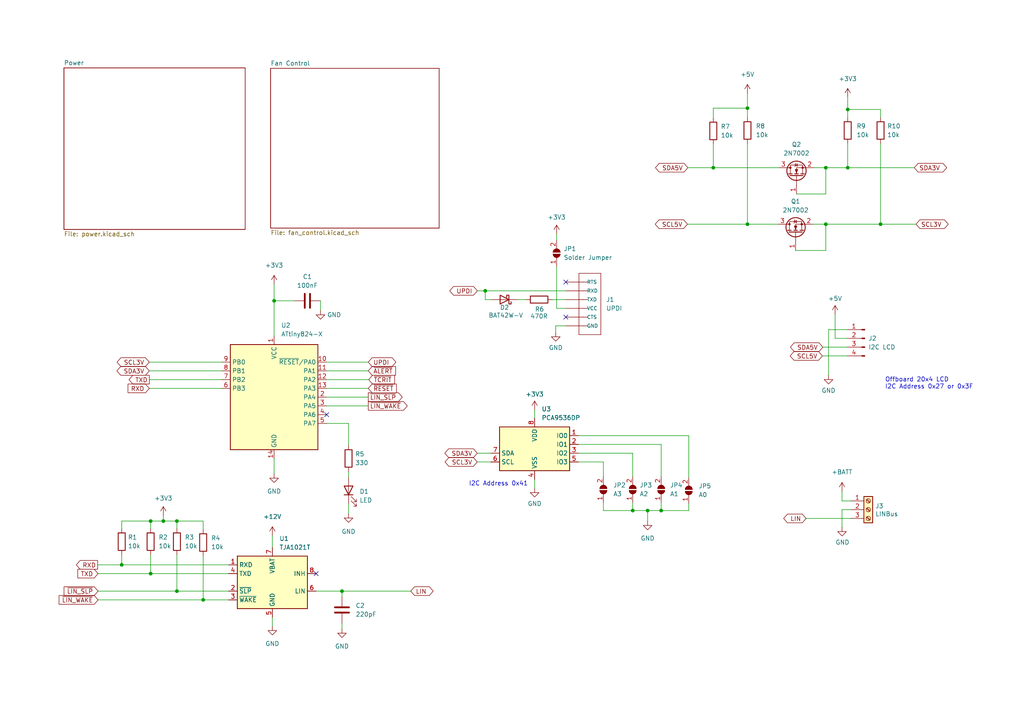
<source format=kicad_sch>
(kicad_sch (version 20211123) (generator eeschema)
  (paper "A4")
  (title_block (title "LINBus Fan Controller") (date "2023-02-19") (rev "1.0") (company "Gavin Hurlbut"))
  (lib_symbols
    (symbol "Beirdo:FTDI_BASICPTH" (pin_numbers hide) (pin_names (offset 1.016))
      (property "Reference" "J" (at -5.08 10.922 0))
      (property "Value" "FTDI_BASICPTH" (at -5.08 -10.16 0))
      (symbol "FTDI_BASICPTH_1_0"
        (polyline (pts (xy -5.08 10.16) (xy -5.08 -7.62)))
        (polyline (pts (xy -5.08 10.16) (xy 1.27 10.16)))
        (polyline (pts (xy -1.27 -5.08) (xy 0 -5.08)))
        (polyline (pts (xy -1.27 -2.54) (xy 0 -2.54)))
        (polyline (pts (xy -1.27 0) (xy 0 0)))
        (polyline (pts (xy -1.27 2.54) (xy 0 2.54)))
        (polyline (pts (xy -1.27 5.08) (xy 0 5.08)))
        (polyline (pts (xy -1.27 7.62) (xy 0 7.62)))
        (polyline (pts (xy 1.27 -7.62) (xy -5.08 -7.62)))
        (polyline (pts (xy 1.27 -7.62) (xy 1.27 10.16)))
      )
      (symbol "FTDI_BASICPTH_1_1"
        (pin passive line (at 5.08 -5.08 180) (length 5.08) (name "GND") (number "1"))
        (pin passive line (at 5.08 -2.54 180) (length 5.08) (name "CTS") (number "2"))
        (pin passive line (at 5.08 0 180) (length 5.08) (name "VCC") (number "3"))
        (pin passive line (at 5.08 2.54 180) (length 5.08) (name "TXD") (number "4"))
        (pin passive line (at 5.08 5.08 180) (length 5.08) (name "RXD") (number "5"))
        (pin passive line (at 5.08 7.62 180) (length 5.08) (name "RTS") (number "6"))
      )
    )
    (symbol "Connector:Conn_01x04_Male" (pin_names (offset 1.016) hide)
      (property "Reference" "J" (at 0 5.08 0))
      (property "Value" "Conn_01x04_Male" (at 0 -7.62 0))
      (symbol "Conn_01x04_Male_1_1"
        (polyline (pts (xy 1.27 -5.08) (xy 0.8636 -5.08)) (stroke (width 0.1524)))
        (polyline (pts (xy 1.27 -2.54) (xy 0.8636 -2.54)) (stroke (width 0.1524)))
        (polyline (pts (xy 1.27 0) (xy 0.8636 0)) (stroke (width 0.1524)))
        (polyline (pts (xy 1.27 2.54) (xy 0.8636 2.54)) (stroke (width 0.1524)))
        (rectangle (start 0.8636 -4.953) (end 0 -5.207) (stroke (width 0.1524)) (fill (type outline)))
        (rectangle (start 0.8636 -2.413) (end 0 -2.667) (stroke (width 0.1524)) (fill (type outline)))
        (rectangle (start 0.8636 0.127) (end 0 -0.127) (stroke (width 0.1524)) (fill (type outline)))
        (rectangle (start 0.8636 2.667) (end 0 2.413) (stroke (width 0.1524)) (fill (type outline)))
        (pin passive line (at 5.08 2.54 180) (length 3.81) (name "Pin_1") (number "1"))
        (pin passive line (at 5.08 0 180) (length 3.81) (name "Pin_2") (number "2"))
        (pin passive line (at 5.08 -2.54 180) (length 3.81) (name "Pin_3") (number "3"))
        (pin passive line (at 5.08 -5.08 180) (length 3.81) (name "Pin_4") (number "4"))
      )
    )
    (symbol "Connector:Screw_Terminal_01x03" (pin_names (offset 1.016) hide)
      (property "Reference" "J" (at 0 5.08 0))
      (property "Value" "Screw_Terminal_01x03" (at 0 -5.08 0))
      (symbol "Screw_Terminal_01x03_1_1"
        (rectangle (start -1.27 3.81) (end 1.27 -3.81) (stroke (width 0.254)) (fill (type background)))
        (circle (center 0 -2.54) (radius 0.635) (stroke (width 0.1524)))
        (polyline (pts (xy -0.5334 -2.2098) (xy 0.3302 -3.048)) (stroke (width 0.1524)))
        (polyline (pts (xy -0.5334 0.3302) (xy 0.3302 -0.508)) (stroke (width 0.1524)))
        (polyline (pts (xy -0.5334 2.8702) (xy 0.3302 2.032)) (stroke (width 0.1524)))
        (polyline (pts (xy -0.3556 -2.032) (xy 0.508 -2.8702)) (stroke (width 0.1524)))
        (polyline (pts (xy -0.3556 0.508) (xy 0.508 -0.3302)) (stroke (width 0.1524)))
        (polyline (pts (xy -0.3556 3.048) (xy 0.508 2.2098)) (stroke (width 0.1524)))
        (circle (center 0 0) (radius 0.635) (stroke (width 0.1524)))
        (circle (center 0 2.54) (radius 0.635) (stroke (width 0.1524)))
        (pin passive line (at -5.08 2.54 0) (length 3.81) (name "Pin_1") (number "1"))
        (pin passive line (at -5.08 0 0) (length 3.81) (name "Pin_2") (number "2"))
        (pin passive line (at -5.08 -2.54 0) (length 3.81) (name "Pin_3") (number "3"))
      )
    )
    (symbol "Device:C" (pin_numbers hide) (pin_names (offset 0.254))
      (property "Reference" "C" (at 0.635 2.54 0))
      (property "Value" "C" (at 0.635 -2.54 0))
      (symbol "C_0_1"
        (polyline (pts (xy -2.032 -0.762) (xy 2.032 -0.762)) (stroke (width 0.508)))
        (polyline (pts (xy -2.032 0.762) (xy 2.032 0.762)) (stroke (width 0.508)))
      )
      (symbol "C_1_1"
        (pin passive line (at 0 3.81 270) (length 2.794) (name "~") (number "1"))
        (pin passive line (at 0 -3.81 90) (length 2.794) (name "~") (number "2"))
      )
    )
    (symbol "Device:LED" (pin_numbers hide) (pin_names (offset 1.016) hide)
      (property "Reference" "D" (at 0 2.54 0))
      (property "Value" "LED" (at 0 -2.54 0))
      (symbol "LED_0_1"
        (polyline (pts (xy -1.27 -1.27) (xy -1.27 1.27)) (stroke (width 0.254)))
        (polyline (pts (xy -1.27 0) (xy 1.27 0)))
        (polyline (pts (xy 1.27 -1.27) (xy 1.27 1.27) (xy -1.27 0) (xy 1.27 -1.27)) (stroke (width 0.254)))
        (polyline (pts (xy -3.048 -0.762) (xy -4.572 -2.286) (xy -3.81 -2.286) (xy -4.572 -2.286) (xy -4.572 -1.524)))
        (polyline (pts (xy -1.778 -0.762) (xy -3.302 -2.286) (xy -2.54 -2.286) (xy -3.302 -2.286) (xy -3.302 -1.524)))
      )
      (symbol "LED_1_1"
        (pin passive line (at -3.81 0 0) (length 2.54) (name "K") (number "1"))
        (pin passive line (at 3.81 0 180) (length 2.54) (name "A") (number "2"))
      )
    )
    (symbol "Device:R" (pin_numbers hide) (pin_names (offset 0))
      (property "Reference" "R" (at 2.032 0 90))
      (property "Value" "R" (at 0 0 90))
      (symbol "R_0_1"
        (rectangle (start -1.016 -2.54) (end 1.016 2.54) (stroke (width 0.254)))
      )
      (symbol "R_1_1"
        (pin passive line (at 0 3.81 270) (length 1.27) (name "~") (number "1"))
        (pin passive line (at 0 -3.81 90) (length 1.27) (name "~") (number "2"))
      )
    )
    (symbol "Diode:BAT42W-V" (pin_numbers hide) (pin_names (offset 1.016) hide)
      (property "Reference" "D" (at 0 2.54 0))
      (property "Value" "BAT42W-V" (at 0 -2.54 0))
      (symbol "BAT42W-V_0_1"
        (polyline (pts (xy 1.27 0) (xy -1.27 0)))
        (polyline (pts (xy 1.27 1.27) (xy 1.27 -1.27) (xy -1.27 0) (xy 1.27 1.27)) (stroke (width 0.254)))
        (polyline (pts (xy -1.905 0.635) (xy -1.905 1.27) (xy -1.27 1.27) (xy -1.27 -1.27) (xy -0.635 -1.27) (xy -0.635 -0.635)) (stroke (width 0.254)))
      )
      (symbol "BAT42W-V_1_1"
        (pin passive line (at -3.81 0 0) (length 2.54) (name "K") (number "1"))
        (pin passive line (at 3.81 0 180) (length 2.54) (name "A") (number "2"))
      )
    )
    (symbol "GND_1" (power) (pin_names (offset 0))
      (property "Value" "GND_1" (at 0 -3.81 0))
      (symbol "GND_1_0_1"
        (polyline (pts (xy 0 0) (xy 0 -1.27) (xy 1.27 -1.27) (xy 0 -2.54) (xy -1.27 -1.27) (xy 0 -1.27)))
      )
      (symbol "GND_1_1_1"
        (pin power_in line (at 0 0 270) (length 0) hide (name "GND") (number "1"))
      )
    )
    (symbol "Interface_CAN_LIN:TJA1021T"
      (property "Reference" "U" (at -10.16 8.89 0))
      (property "Value" "TJA1021T" (at 1.27 8.89 0))
      (symbol "TJA1021T_0_1"
        (rectangle (start -10.16 7.62) (end 10.16 -7.62) (stroke (width 0.254)) (fill (type background)))
      )
      (symbol "TJA1021T_1_1"
        (pin open_collector line (at -12.7 5.08 0) (length 2.54) (name "RXD") (number "1"))
        (pin input line (at -12.7 -2.54 0) (length 2.54) (name "~{SLP}") (number "2"))
        (pin input line (at -12.7 -5.08 0) (length 2.54) (name "~{WAKE}") (number "3"))
        (pin input line (at -12.7 2.54 0) (length 2.54) (name "TXD") (number "4"))
        (pin power_in line (at 0 -10.16 90) (length 2.54) (name "GND") (number "5"))
        (pin bidirectional line (at 12.7 -2.54 180) (length 2.54) (name "LIN") (number "6"))
        (pin power_in line (at 0 10.16 270) (length 2.54) (name "VBAT") (number "7"))
        (pin output line (at 12.7 2.54 180) (length 2.54) (name "INH") (number "8"))
      )
    )
    (symbol "Interface_Expansion:PCA9536DP"
      (property "Reference" "U" (at -8.89 6.35 0))
      (property "Value" "PCA9536DP" (at 6.35 6.35 0))
      (symbol "PCA9536DP_0_1"
        (rectangle (start -10.16 5.08) (end 10.16 -7.62) (stroke (width 0.254)) (fill (type background)))
      )
      (symbol "PCA9536DP_1_1"
        (pin bidirectional line (at 12.7 2.54 180) (length 2.54) (name "IO0") (number "1"))
        (pin bidirectional line (at 12.7 0 180) (length 2.54) (name "IO1") (number "2"))
        (pin bidirectional line (at 12.7 -2.54 180) (length 2.54) (name "IO2") (number "3"))
        (pin power_in line (at 0 -10.16 90) (length 2.54) (name "VSS") (number "4"))
        (pin bidirectional line (at 12.7 -5.08 180) (length 2.54) (name "IO3") (number "5"))
        (pin input line (at -12.7 -5.08 0) (length 2.54) (name "SCL") (number "6"))
        (pin bidirectional line (at -12.7 -2.54 0) (length 2.54) (name "SDA") (number "7"))
        (pin power_in line (at 0 7.62 270) (length 2.54) (name "VDD") (number "8"))
      )
    )
    (symbol "Jumper:SolderJumper_2_Open" (pin_names (offset 0) hide)
      (property "Reference" "JP" (at 0 2.032 0))
      (property "Value" "SolderJumper_2_Open" (at 0 -2.54 0))
      (symbol "SolderJumper_2_Open_0_1"
        (arc (start -0.254 1.016) (mid -1.27 0) (end -0.254 -1.016))
        (arc (start -0.254 1.016) (mid -1.27 0) (end -0.254 -1.016) (fill (type outline)))
        (polyline (pts (xy -0.254 1.016) (xy -0.254 -1.016)))
        (polyline (pts (xy 0.254 1.016) (xy 0.254 -1.016)))
        (arc (start 0.254 -1.016) (mid 1.27 0) (end 0.254 1.016))
        (arc (start 0.254 -1.016) (mid 1.27 0) (end 0.254 1.016) (fill (type outline)))
      )
      (symbol "SolderJumper_2_Open_1_1"
        (pin passive line (at -3.81 0 0) (length 2.54) (name "A") (number "1"))
        (pin passive line (at 3.81 0 180) (length 2.54) (name "B") (number "2"))
      )
    )
    (symbol "MCU_Microchip_ATtiny:ATtiny824-X"
      (property "Reference" "U" (at -12.7 16.51 0))
      (property "Value" "ATtiny824-X" (at 2.54 -16.51 0))
      (symbol "ATtiny824-X_0_1"
        (rectangle (start -12.7 -15.24) (end 12.7 15.24) (stroke (width 0.254)) (fill (type background)))
      )
      (symbol "ATtiny824-X_1_1"
        (pin power_in line (at 0 17.78 270) (length 2.54) (name "VCC") (number "1"))
        (pin bidirectional line (at 15.24 10.16 180) (length 2.54) (name "~{RESET}/PA0") (number "10"))
        (pin bidirectional line (at 15.24 7.62 180) (length 2.54) (name "PA1") (number "11"))
        (pin bidirectional line (at 15.24 5.08 180) (length 2.54) (name "PA2") (number "12"))
        (pin bidirectional line (at 15.24 2.54 180) (length 2.54) (name "PA3") (number "13"))
        (pin power_in line (at 0 -17.78 90) (length 2.54) (name "GND") (number "14"))
        (pin bidirectional line (at 15.24 0 180) (length 2.54) (name "PA4") (number "2"))
        (pin bidirectional line (at 15.24 -2.54 180) (length 2.54) (name "PA5") (number "3"))
        (pin bidirectional line (at 15.24 -5.08 180) (length 2.54) (name "PA6") (number "4"))
        (pin bidirectional line (at 15.24 -7.62 180) (length 2.54) (name "PA7") (number "5"))
        (pin bidirectional line (at -15.24 2.54 0) (length 2.54) (name "PB3") (number "6"))
        (pin bidirectional line (at -15.24 5.08 0) (length 2.54) (name "PB2") (number "7"))
        (pin bidirectional line (at -15.24 7.62 0) (length 2.54) (name "PB1") (number "8"))
        (pin bidirectional line (at -15.24 10.16 0) (length 2.54) (name "PB0") (number "9"))
      )
    )
    (symbol "Transistor_FET:2N7002" (pin_names hide)
      (property "Reference" "Q" (at 5.08 1.905 0))
      (property "Value" "2N7002" (at 5.08 0 0))
      (symbol "2N7002_0_1"
        (polyline (pts (xy 0.254 0) (xy -2.54 0)))
        (polyline (pts (xy 0.254 1.905) (xy 0.254 -1.905)) (stroke (width 0.254)))
        (polyline (pts (xy 0.762 -1.27) (xy 0.762 -2.286)) (stroke (width 0.254)))
        (polyline (pts (xy 0.762 0.508) (xy 0.762 -0.508)) (stroke (width 0.254)))
        (polyline (pts (xy 0.762 2.286) (xy 0.762 1.27)) (stroke (width 0.254)))
        (polyline (pts (xy 2.54 2.54) (xy 2.54 1.778)))
        (polyline (pts (xy 2.54 -2.54) (xy 2.54 0) (xy 0.762 0)))
        (polyline (pts (xy 0.762 -1.778) (xy 3.302 -1.778) (xy 3.302 1.778) (xy 0.762 1.778)))
        (polyline (pts (xy 1.016 0) (xy 2.032 0.381) (xy 2.032 -0.381) (xy 1.016 0)) (fill (type outline)))
        (polyline (pts (xy 2.794 0.508) (xy 2.921 0.381) (xy 3.683 0.381) (xy 3.81 0.254)))
        (polyline (pts (xy 3.302 0.381) (xy 2.921 -0.254) (xy 3.683 -0.254) (xy 3.302 0.381)))
        (circle (center 1.651 0) (radius 2.794) (stroke (width 0.254)))
        (circle (center 2.54 -1.778) (radius 0.254) (fill (type outline)))
        (circle (center 2.54 1.778) (radius 0.254) (fill (type outline)))
      )
      (symbol "2N7002_1_1"
        (pin input line (at -5.08 0 0) (length 2.54) (name "G") (number "1"))
        (pin passive line (at 2.54 -5.08 90) (length 2.54) (name "S") (number "2"))
        (pin passive line (at 2.54 5.08 270) (length 2.54) (name "D") (number "3"))
      )
    )
    (symbol "power:+12V" (power) (pin_names (offset 0))
      (property "Value" "+12V" (at 0 3.556 0))
      (symbol "+12V_0_1"
        (polyline (pts (xy -0.762 1.27) (xy 0 2.54)))
        (polyline (pts (xy 0 0) (xy 0 2.54)))
        (polyline (pts (xy 0 2.54) (xy 0.762 1.27)))
      )
      (symbol "+12V_1_1"
        (pin power_in line (at 0 0 90) (length 0) hide (name "+12V") (number "1"))
      )
    )
    (symbol "power:+3V3" (power) (pin_names (offset 0))
      (property "Value" "+3V3" (at 0 3.556 0))
      (symbol "+3V3_0_1"
        (polyline (pts (xy -0.762 1.27) (xy 0 2.54)))
        (polyline (pts (xy 0 0) (xy 0 2.54)))
        (polyline (pts (xy 0 2.54) (xy 0.762 1.27)))
      )
      (symbol "+3V3_1_1"
        (pin power_in line (at 0 0 90) (length 0) hide (name "+3V3") (number "1"))
      )
    )
    (symbol "power:+5V" (power) (pin_names (offset 0))
      (property "Value" "+5V" (at 0 3.556 0))
      (symbol "+5V_0_1"
        (polyline (pts (xy -0.762 1.27) (xy 0 2.54)))
        (polyline (pts (xy 0 0) (xy 0 2.54)))
        (polyline (pts (xy 0 2.54) (xy 0.762 1.27)))
      )
      (symbol "+5V_1_1"
        (pin power_in line (at 0 0 90) (length 0) hide (name "+5V") (number "1"))
      )
    )
    (symbol "power:+BATT" (power) (pin_names (offset 0))
      (property "Value" "+BATT" (at 0 3.556 0))
      (symbol "+BATT_0_1"
        (polyline (pts (xy -0.762 1.27) (xy 0 2.54)))
        (polyline (pts (xy 0 0) (xy 0 2.54)))
        (polyline (pts (xy 0 2.54) (xy 0.762 1.27)))
      )
      (symbol "+BATT_1_1"
        (pin power_in line (at 0 0 90) (length 0) hide (name "+BATT") (number "1"))
      )
    )
    (symbol "power:GND" (power) (pin_names (offset 0))
      (property "Value" "GND" (at 0 -3.81 0))
      (symbol "GND_0_1"
        (polyline (pts (xy 0 0) (xy 0 -1.27) (xy 1.27 -1.27) (xy 0 -2.54) (xy -1.27 -1.27) (xy 0 -1.27)))
      )
      (symbol "GND_1_1"
        (pin power_in line (at 0 0 270) (length 0) hide (name "GND") (number "1"))
      )
    )
  )
  (junction (at 239.522 48.641))
  (junction (at 79.502 87.249))
  (junction (at 47.371 151.13))
  (junction (at 216.789 31.369))
  (junction (at 206.883 48.641))
  (junction (at 255.397 65.024))
  (junction (at 43.688 151.13))
  (junction (at 183.515 148.082))
  (junction (at 245.872 31.75))
  (junction (at 43.688 166.37))
  (junction (at 239.522 65.024))
  (junction (at 58.928 173.99))
  (junction (at 35.306 163.83))
  (junction (at 99.187 171.45))
  (junction (at 245.872 48.641))
  (junction (at 51.308 171.45))
  (junction (at 140.7414 84.3534))
  (junction (at 51.308 151.13))
  (junction (at 191.77 148.082))
  (junction (at 187.833 148.082))
  (junction (at 216.789 65.024))
  (no_connect (at 91.694 166.37))
  (no_connect (at 164.1094 91.9734))
  (no_connect (at 164.1094 81.8134))
  (no_connect (at 94.742 120.269))
  (wire (pts (xy 175.006 133.985) (xy 175.006 138.176)))
  (wire (pts (xy 79.502 132.969) (xy 79.502 137.414)))
  (wire (pts (xy 199.771 146.05) (xy 199.771 148.082)))
  (wire (pts (xy 240.3094 108.8136) (xy 240.3094 95.6056)))
  (wire (pts (xy 43.688 166.37) (xy 66.294 166.37)))
  (wire (pts (xy 216.789 65.024) (xy 225.679 65.024)))
  (wire (pts (xy 58.928 161.163) (xy 58.928 173.99)))
  (wire (pts (xy 43.688 151.13) (xy 47.371 151.13)))
  (wire (pts (xy 161.4424 67.8434) (xy 161.4424 69.6214)))
  (wire (pts (xy 58.928 173.99) (xy 66.294 173.99)))
  (wire (pts (xy 47.371 151.13) (xy 51.308 151.13)))
  (wire (pts (xy 164.1094 94.5134) (xy 161.1884 94.5134)))
  (wire (pts (xy 58.928 151.13) (xy 58.928 153.543)))
  (wire (pts (xy 28.448 171.45) (xy 51.308 171.45)))
  (wire (pts (xy 242.2144 98.1456) (xy 245.7704 98.1456)))
  (wire (pts (xy 183.515 138.176) (xy 183.515 131.445)))
  (wire (pts (xy 79.502 82.423) (xy 79.502 87.249)))
  (wire (pts (xy 191.77 145.796) (xy 191.77 148.082)))
  (wire (pts (xy 79.502 87.249) (xy 79.502 97.409)))
  (wire (pts (xy 191.77 138.176) (xy 191.77 128.905)))
  (wire (pts (xy 245.872 48.641) (xy 265.176 48.641)))
  (wire (pts (xy 99.187 180.721) (xy 99.187 182.372)))
  (wire (pts (xy 239.522 56.261) (xy 239.522 48.641)))
  (wire (pts (xy 106.807 105.029) (xy 94.742 105.029)))
  (wire (pts (xy 245.872 31.75) (xy 255.397 31.75)))
  (wire (pts (xy 161.4424 77.2414) (xy 161.4424 89.4334)))
  (wire (pts (xy 199.517 48.641) (xy 206.883 48.641)))
  (wire (pts (xy 94.742 110.109) (xy 106.934 110.109)))
  (wire (pts (xy 140.7414 84.3534) (xy 164.1094 84.3534)))
  (wire (pts (xy 35.306 160.909) (xy 35.306 163.83)))
  (wire (pts (xy 187.833 148.082) (xy 191.77 148.082)))
  (wire (pts (xy 138.4554 84.3534) (xy 140.7414 84.3534)))
  (wire (pts (xy 99.187 171.45) (xy 119.126 171.45)))
  (wire (pts (xy 138.43 131.445) (xy 142.367 131.445)))
  (wire (pts (xy 244.221 147.828) (xy 246.761 147.828)))
  (wire (pts (xy 43.688 160.909) (xy 43.688 166.37)))
  (wire (pts (xy 245.872 28.194) (xy 245.872 31.75)))
  (wire (pts (xy 51.308 151.13) (xy 51.308 153.289)))
  (wire (pts (xy 187.833 148.082) (xy 187.833 151.13)))
  (wire (pts (xy 183.515 148.082) (xy 187.833 148.082)))
  (wire (pts (xy 206.883 48.641) (xy 225.933 48.641)))
  (wire (pts (xy 94.742 112.649) (xy 106.807 112.649)))
  (wire (pts (xy 150.1394 86.8934) (xy 152.5524 86.8934)))
  (wire (pts (xy 231.013 56.261) (xy 239.522 56.261)))
  (wire (pts (xy 245.872 31.75) (xy 245.872 34.036)))
  (wire (pts (xy 94.742 122.809) (xy 101.092 122.809)))
  (wire (pts (xy 78.994 179.07) (xy 78.994 181.61)))
  (wire (pts (xy 230.759 72.644) (xy 239.522 72.644)))
  (wire (pts (xy 79.502 87.249) (xy 85.344 87.249)))
  (wire (pts (xy 235.839 65.024) (xy 239.522 65.024)))
  (wire (pts (xy 216.789 41.656) (xy 216.789 65.024)))
  (wire (pts (xy 246.761 150.368) (xy 233.807 150.368)))
  (wire (pts (xy 175.006 148.082) (xy 183.515 148.082)))
  (wire (pts (xy 242.2144 91.1606) (xy 242.2144 98.1456)))
  (wire (pts (xy 78.994 155.321) (xy 78.994 158.75)))
  (wire (pts (xy 94.742 115.189) (xy 106.807 115.189)))
  (wire (pts (xy 183.515 131.445) (xy 167.767 131.445)))
  (wire (pts (xy 206.883 31.369) (xy 216.789 31.369)))
  (wire (pts (xy 239.522 72.644) (xy 239.522 65.024)))
  (wire (pts (xy 35.306 163.83) (xy 66.294 163.83)))
  (wire (pts (xy 51.308 160.909) (xy 51.308 171.45)))
  (wire (pts (xy 206.883 31.369) (xy 206.883 34.163)))
  (wire (pts (xy 238.6584 100.6856) (xy 245.7704 100.6856)))
  (wire (pts (xy 43.307 110.109) (xy 64.262 110.109)))
  (wire (pts (xy 244.221 152.908) (xy 244.221 147.828)))
  (wire (pts (xy 101.092 146.05) (xy 101.092 148.971)))
  (wire (pts (xy 43.307 112.649) (xy 64.262 112.649)))
  (wire (pts (xy 245.872 41.656) (xy 245.872 48.641)))
  (wire (pts (xy 94.742 107.569) (xy 106.807 107.569)))
  (wire (pts (xy 51.308 171.45) (xy 66.294 171.45)))
  (wire (pts (xy 191.77 128.905) (xy 167.767 128.905)))
  (wire (pts (xy 142.5194 86.8934) (xy 140.7414 86.8934)))
  (wire (pts (xy 43.307 105.029) (xy 64.262 105.029)))
  (wire (pts (xy 91.694 171.45) (xy 99.187 171.45)))
  (wire (pts (xy 140.7414 86.8934) (xy 140.7414 84.3534)))
  (wire (pts (xy 51.308 151.13) (xy 58.928 151.13)))
  (wire (pts (xy 199.39 65.024) (xy 216.789 65.024)))
  (wire (pts (xy 43.688 151.13) (xy 43.688 153.289)))
  (wire (pts (xy 94.742 117.729) (xy 106.807 117.729)))
  (wire (pts (xy 240.3094 95.6056) (xy 245.7704 95.6056)))
  (wire (pts (xy 236.093 48.641) (xy 239.522 48.641)))
  (wire (pts (xy 183.515 145.796) (xy 183.515 148.082)))
  (wire (pts (xy 199.771 126.365) (xy 167.767 126.365)))
  (wire (pts (xy 43.307 107.569) (xy 64.262 107.569)))
  (wire (pts (xy 244.221 145.288) (xy 244.221 142.494)))
  (wire (pts (xy 239.522 65.024) (xy 255.397 65.024)))
  (wire (pts (xy 101.092 136.779) (xy 101.092 138.43)))
  (wire (pts (xy 35.306 151.13) (xy 43.688 151.13)))
  (wire (pts (xy 167.767 133.985) (xy 175.006 133.985)))
  (wire (pts (xy 161.1884 94.5134) (xy 161.1884 96.4184)))
  (wire (pts (xy 92.964 87.249) (xy 92.964 90.043)))
  (wire (pts (xy 101.092 122.809) (xy 101.092 129.159)))
  (wire (pts (xy 35.306 153.289) (xy 35.306 151.13)))
  (wire (pts (xy 164.1094 89.4334) (xy 161.4424 89.4334)))
  (wire (pts (xy 155.067 139.065) (xy 155.067 141.605)))
  (wire (pts (xy 244.221 145.288) (xy 246.761 145.288)))
  (wire (pts (xy 255.397 65.024) (xy 265.684 65.024)))
  (wire (pts (xy 255.397 41.656) (xy 255.397 65.024)))
  (wire (pts (xy 239.522 48.641) (xy 245.872 48.641)))
  (wire (pts (xy 238.5314 103.2256) (xy 245.7704 103.2256)))
  (wire (pts (xy 216.789 34.036) (xy 216.789 31.369)))
  (wire (pts (xy 28.448 173.99) (xy 58.928 173.99)))
  (wire (pts (xy 99.187 171.45) (xy 99.187 173.101)))
  (wire (pts (xy 28.321 163.83) (xy 35.306 163.83)))
  (wire (pts (xy 28.448 166.37) (xy 43.688 166.37)))
  (wire (pts (xy 199.771 138.43) (xy 199.771 126.365)))
  (wire (pts (xy 138.43 133.985) (xy 142.367 133.985)))
  (wire (pts (xy 47.371 149.479) (xy 47.371 151.13)))
  (wire (pts (xy 155.067 118.872) (xy 155.067 121.285)))
  (wire (pts (xy 160.1724 86.8934) (xy 164.1094 86.8934)))
  (wire (pts (xy 191.77 148.082) (xy 199.771 148.082)))
  (wire (pts (xy 206.883 41.783) (xy 206.883 48.641)))
  (wire (pts (xy 255.397 31.75) (xy 255.397 34.036)))
  (wire (pts (xy 216.789 27.051) (xy 216.789 31.369)))
  (wire (pts (xy 175.006 145.796) (xy 175.006 148.082)))
  (text "I2C Address 0x41" (at 135.9662 141.1224 0) (effects (font (size 1.27 1.27)) (justify left bottom)))
  (text "Offboard 20x4 LCD\nI2C Address 0x27 or 0x3F" (at 256.6924 113.0046 0) (effects (font (size 1.27 1.27)) (justify left bottom)))
  (global_label "~{LIN_SLP}" (shape output) (at 106.807 115.189 0) (property "Intersheet References" "${INTERSHEET_REFS}" (effects hide)))
  (global_label "~{LIN_SLP}" (shape input) (at 28.448 171.45 180) (property "Intersheet References" "${INTERSHEET_REFS}" (effects hide)))
  (global_label "RXD" (shape input) (at 43.307 112.649 180) (property "Intersheet References" "${INTERSHEET_REFS}" (effects hide)))
  (global_label "SCL3V" (shape bidirectional) (at 43.307 105.029 180) (property "Intersheet References" "${INTERSHEET_REFS}" (effects hide)))
  (global_label "SDA5V" (shape bidirectional) (at 199.517 48.641 180) (property "Intersheet References" "${INTERSHEET_REFS}" (effects hide)))
  (global_label "LIN" (shape bidirectional) (at 119.126 171.45 0) (property "Intersheet References" "${INTERSHEET_REFS}" (effects hide)))
  (global_label "~{LIN_WAKE}" (shape output) (at 106.807 117.729 0) (property "Intersheet References" "${INTERSHEET_REFS}" (effects hide)))
  (global_label "SDA3V" (shape bidirectional) (at 265.176 48.641 0) (property "Intersheet References" "${INTERSHEET_REFS}" (effects hide)))
  (global_label "LIN" (shape bidirectional) (at 233.807 150.368 180) (property "Intersheet References" "${INTERSHEET_REFS}" (effects hide)))
  (global_label "SCL5V" (shape bidirectional) (at 238.5314 103.2256 180) (property "Intersheet References" "${INTERSHEET_REFS}" (effects hide)))
  (global_label "SDA5V" (shape bidirectional) (at 238.6584 100.6856 180) (property "Intersheet References" "${INTERSHEET_REFS}" (effects hide)))
  (global_label "~{RESET}" (shape input) (at 106.807 112.649 0) (property "Intersheet References" "${INTERSHEET_REFS}" (effects hide)))
  (global_label "TXD" (shape input) (at 28.448 166.37 180) (property "Intersheet References" "${INTERSHEET_REFS}" (effects hide)))
  (global_label "~{LIN_WAKE}" (shape input) (at 28.448 173.99 180) (property "Intersheet References" "${INTERSHEET_REFS}" (effects hide)))
  (global_label "SDA3V" (shape bidirectional) (at 43.307 107.569 180) (property "Intersheet References" "${INTERSHEET_REFS}" (effects hide)))
  (global_label "SCL3V" (shape bidirectional) (at 138.43 133.985 180) (property "Intersheet References" "${INTERSHEET_REFS}" (effects hide)))
  (global_label "SCL5V" (shape bidirectional) (at 199.39 65.024 180) (property "Intersheet References" "${INTERSHEET_REFS}" (effects hide)))
  (global_label "SCL3V" (shape bidirectional) (at 265.684 65.024 0) (property "Intersheet References" "${INTERSHEET_REFS}" (effects hide)))
  (global_label "~{ALERT}" (shape input) (at 106.807 107.569 0) (property "Intersheet References" "${INTERSHEET_REFS}" (effects hide)))
  (global_label "TXD" (shape output) (at 43.307 110.109 180) (property "Intersheet References" "${INTERSHEET_REFS}" (effects hide)))
  (global_label "~{TCRIT}" (shape input) (at 106.934 110.109 0) (property "Intersheet References" "${INTERSHEET_REFS}" (effects hide)))
  (global_label "SDA3V" (shape bidirectional) (at 138.43 131.445 180) (property "Intersheet References" "${INTERSHEET_REFS}" (effects hide)))
  (global_label "UPDI" (shape bidirectional) (at 106.807 105.029 0) (property "Intersheet References" "${INTERSHEET_REFS}" (effects hide)))
  (global_label "RXD" (shape output) (at 28.321 163.83 180) (property "Intersheet References" "${INTERSHEET_REFS}" (effects hide)))
  (global_label "UPDI" (shape bidirectional) (at 138.4554 84.3534 180) (property "Intersheet References" "${INTERSHEET_REFS}" (effects hide)))
  (symbol (lib_id "power:GND") (at 187.833 151.13 0) (unit 1)
    (property "Reference" "#PWR013" (effects hide))
    (property "Value" "GND" (at 187.833 156.1338 0))
  )
  (symbol (lib_id "Device:R") (at 216.789 37.846 0) (unit 1)
    (property "Reference" "R8" (at 219.202 36.5759 0) (effects (justify left)))
    (property "Value" "10k" (at 219.202 39.1159 0) (effects (justify left)))
    (property "Footprint" "Resistor_SMD:R_0805_2012Metric_Pad1.20x1.40mm_HandSolder" (effects hide))
  )
  (symbol (lib_id "Beirdo:FTDI_BASICPTH") (at 169.1894 89.4334 0) (mirror y) (unit 1)
    (property "Reference" "J1" (at 175.7934 86.8933 0) (effects (justify right)))
    (property "Value" "UPDI" (at 175.7934 89.4333 0) (effects (justify right)))
    (property "Footprint" "Beirdo:FTDI_BASIC" (effects hide))
  )
  (symbol (lib_id "power:GND") (at 155.067 141.605 0) (unit 1)
    (property "Reference" "#PWR010" (effects hide))
    (property "Value" "GND" (at 155.067 146.0754 0))
  )
  (symbol (lib_id "power:+3V3") (at 245.872 28.194 0) (unit 1)
    (property "Reference" "#PWR019" (effects hide))
    (property "Value" "+3V3" (at 245.872 22.86 0))
  )
  (symbol (lib_id "power:GND") (at 244.221 152.908 0) (unit 1)
    (property "Reference" "#PWR018" (effects hide))
    (property "Value" "GND" (at 244.348 157.3022 0))
  )
  (symbol (lib_id "Connector:Screw_Terminal_01x03") (at 251.841 147.828 0) (unit 1)
    (property "Reference" "J3" (at 253.873 146.7612 0) (effects (justify left)))
    (property "Value" "LINBus" (at 253.873 149.0726 0) (effects (justify left)))
    (property "Footprint" "TerminalBlock_TE-Connectivity:TerminalBlock_TE_282834-3_1x03_P2.54mm_Horizontal" (effects hide))
  )
  (symbol (lib_id "power:+3V3") (at 161.4424 67.8434 0) (unit 1)
    (property "Reference" "#PWR012" (effects hide))
    (property "Value" "+3V3" (at 161.4424 63.0174 0))
  )
  (symbol (lib_id "power:+BATT") (at 244.221 142.494 0) (unit 1)
    (property "Reference" "#PWR017" (effects hide))
    (property "Value" "+BATT" (at 244.221 136.906 0))
  )
  (symbol (lib_id "Jumper:SolderJumper_2_Open") (at 183.515 141.986 90) (unit 1)
    (property "Reference" "JP3" (at 185.4962 140.7159 90) (effects (justify right)))
    (property "Value" "A2" (at 185.4962 143.2559 90) (effects (justify right)))
    (property "Footprint" "Jumper:SolderJumper-2_P1.3mm_Open_TrianglePad1.0x1.5mm" (effects hide))
  )
  (symbol (lib_id "Device:R") (at 58.928 157.353 0) (unit 1)
    (property "Reference" "R4" (at 61.214 156.0829 0) (effects (justify left)))
    (property "Value" "10k" (at 61.214 158.6229 0) (effects (justify left)))
    (property "Footprint" "Resistor_SMD:R_0805_2012Metric_Pad1.20x1.40mm_HandSolder" (effects hide))
  )
  (symbol (lib_id "power:GND") (at 99.187 182.372 0) (unit 1)
    (property "Reference" "#PWR07" (effects hide))
    (property "Value" "GND" (at 99.187 187.452 0))
  )
  (symbol (lib_id "power:GND") (at 78.994 181.61 0) (unit 1)
    (property "Reference" "#PWR03" (effects hide))
    (property "Value" "GND" (at 78.994 186.69 0))
  )
  (symbol (lib_id "Device:R") (at 255.397 37.846 0) (unit 1)
    (property "Reference" "R10" (at 257.302 36.5759 0) (effects (justify left)))
    (property "Value" "10k" (at 257.302 39.1159 0) (effects (justify left)))
    (property "Footprint" "Resistor_SMD:R_0805_2012Metric_Pad1.20x1.40mm_HandSolder" (effects hide))
  )
  (symbol (lib_id "Jumper:SolderJumper_2_Open") (at 191.77 141.986 90) (unit 1)
    (property "Reference" "JP4" (at 194.31 140.7159 90) (effects (justify right)))
    (property "Value" "A1" (at 194.31 143.2559 90) (effects (justify right)))
    (property "Footprint" "Jumper:SolderJumper-2_P1.3mm_Open_TrianglePad1.0x1.5mm" (effects hide))
  )
  (symbol (lib_id "Device:R") (at 206.883 37.973 0) (unit 1)
    (property "Reference" "R7" (at 209.042 36.7029 0) (effects (justify left)))
    (property "Value" "10k" (at 209.042 39.2429 0) (effects (justify left)))
    (property "Footprint" "Resistor_SMD:R_0805_2012Metric_Pad1.20x1.40mm_HandSolder" (effects hide))
  )
  (symbol (lib_id "Jumper:SolderJumper_2_Open") (at 175.006 141.986 90) (unit 1)
    (property "Reference" "JP2" (at 177.8508 140.7159 90) (effects (justify right)))
    (property "Value" "A3" (at 177.8508 143.2559 90) (effects (justify right)))
    (property "Footprint" "Jumper:SolderJumper-2_P1.3mm_Open_TrianglePad1.0x1.5mm" (effects hide))
  )
  (symbol (lib_id "Device:R") (at 245.872 37.846 0) (unit 1)
    (property "Reference" "R9" (at 248.412 36.5759 0) (effects (justify left)))
    (property "Value" "10k" (at 248.412 39.1159 0) (effects (justify left)))
    (property "Footprint" "Resistor_SMD:R_0805_2012Metric_Pad1.20x1.40mm_HandSolder" (effects hide))
  )
  (symbol (lib_id "Device:R") (at 35.306 157.099 0) (unit 1)
    (property "Reference" "R1" (at 37.084 155.8289 0) (effects (justify left)))
    (property "Value" "10k" (at 37.084 158.3689 0) (effects (justify left)))
    (property "Footprint" "Resistor_SMD:R_0805_2012Metric_Pad1.20x1.40mm_HandSolder" (effects hide))
  )
  (symbol (lib_id "Device:C") (at 99.187 176.911 0) (unit 1)
    (property "Reference" "C2" (at 103.124 175.6409 0) (effects (justify left)))
    (property "Value" "220pF" (at 103.124 178.1809 0) (effects (justify left)))
    (property "Footprint" "Capacitor_SMD:C_0805_2012Metric_Pad1.18x1.45mm_HandSolder" (effects hide))
  )
  (symbol (lib_id "Device:LED") (at 101.092 142.24 90) (unit 1)
    (property "Reference" "D1" (at 104.267 142.5574 90) (effects (justify right)))
    (property "Value" "LED" (at 104.267 145.0974 90) (effects (justify right)))
    (property "Footprint" "LED_SMD:LED_0805_2012Metric_Pad1.15x1.40mm_HandSolder" (effects hide))
  )
  (symbol (lib_id "Transistor_FET:2N7002") (at 230.759 67.564 90) (unit 1)
    (property "Reference" "Q1" (at 230.759 58.42 90))
    (property "Value" "2N7002" (at 230.759 60.96 90))
    (property "Footprint" "Package_TO_SOT_SMD:SOT-23" (effects hide))
    (property "Datasheet" "https://www.onsemi.com/pub/Collateral/NDS7002A-D.PDF" (effects hide))
  )
  (symbol (lib_id "power:+5V") (at 242.2144 91.1606 0) (unit 1)
    (property "Reference" "#PWR016" (effects hide))
    (property "Value" "+5V" (at 242.2144 86.5886 0))
  )
  (symbol (lib_id "power:GND") (at 79.502 137.414 0) (unit 1)
    (property "Reference" "#PWR05" (effects hide))
    (property "Value" "GND" (at 79.502 142.494 0))
  )
  (symbol (lib_id "Transistor_FET:2N7002") (at 231.013 51.181 90) (unit 1)
    (property "Reference" "Q2" (at 231.013 41.91 90))
    (property "Value" "2N7002" (at 231.013 44.45 90))
    (property "Footprint" "Package_TO_SOT_SMD:SOT-23" (effects hide))
    (property "Datasheet" "https://www.onsemi.com/pub/Collateral/NDS7002A-D.PDF" (effects hide))
  )
  (symbol (lib_id "Connector:Conn_01x04_Male") (at 250.8504 98.1456 0) (mirror y) (unit 1)
    (property "Reference" "J2" (at 251.8664 98.1455 0) (effects (justify right)))
    (property "Value" "I2C LCD" (at 251.8664 100.6855 0) (effects (justify right)))
    (property "Footprint" "Connector_PinHeader_2.54mm:PinHeader_1x04_P2.54mm_Vertical" (effects hide))
  )
  (symbol (lib_id "Jumper:SolderJumper_2_Open") (at 199.771 142.24 90) (unit 1)
    (property "Reference" "JP5" (at 202.6158 140.9699 90) (effects (justify right)))
    (property "Value" "A0" (at 202.6158 143.5099 90) (effects (justify right)))
    (property "Footprint" "Jumper:SolderJumper-2_P1.3mm_Open_TrianglePad1.0x1.5mm" (effects hide))
  )
  (symbol (lib_id "power:GND") (at 240.3094 108.8136 0) (unit 1)
    (property "Reference" "#PWR015" (effects hide))
    (property "Value" "GND" (at 240.3094 113.2586 0))
  )
  (symbol (lib_id "Diode:BAT42W-V") (at 146.3294 86.8934 180) (unit 1)
    (property "Reference" "D2" (at 146.3294 89.1794 0))
    (property "Value" "BAT42W-V" (at 146.7104 91.4654 0))
    (property "Footprint" "Diode_SMD:D_SOD-123" (effects hide))
    (property "Datasheet" "http://www.vishay.com/docs/85660/bat42.pdf" (effects hide))
  )
  (symbol (lib_id "Interface_Expansion:PCA9536DP") (at 155.067 128.905 0) (unit 1)
    (property "Reference" "U3" (at 157.0864 118.6434 0) (effects (justify left)))
    (property "Value" "PCA9536DP" (at 157.0864 121.1834 0) (effects (justify left)))
    (property "Footprint" "Package_SO:TSSOP-8_3x3mm_P0.65mm" (effects hide))
    (property "Datasheet" "http://www.nxp.com/documents/data_sheet/PCA9536.pdf" (effects hide))
  )
  (symbol (lib_name "GND_1") (lib_id "power:GND") (at 161.1884 96.4184 0) (unit 1)
    (property "Reference" "#PWR011" (effects hide))
    (property "Value" "GND" (at 161.1884 100.8634 0))
  )
  (symbol (lib_id "MCU_Microchip_ATtiny:ATtiny824-X") (at 79.502 115.189 0) (unit 1)
    (property "Reference" "U2" (at 81.5214 94.361 0) (effects (justify left)))
    (property "Value" "ATtiny824-X" (at 81.5214 96.901 0) (effects (justify left)))
    (property "Footprint" "Package_SO:TSSOP-14_4.4x5mm_P0.65mm" (effects hide))
    (property "Datasheet" "https://ww1.microchip.com/downloads/en/DeviceDoc/ATtiny424-426-427-824-826-827-DataSheet-DS40002311A.pdf" (effects hide))
  )
  (symbol (lib_id "power:+5V") (at 216.789 27.051 0) (unit 1)
    (property "Reference" "#PWR014" (effects hide))
    (property "Value" "+5V" (at 216.789 21.59 0))
  )
  (symbol (lib_id "power:+3V3") (at 155.067 118.872 0) (unit 1)
    (property "Reference" "#PWR09" (effects hide))
    (property "Value" "+3V3" (at 155.067 114.3508 0))
  )
  (symbol (lib_id "Device:R") (at 43.688 157.099 0) (unit 1)
    (property "Reference" "R2" (at 45.974 155.8289 0) (effects (justify left)))
    (property "Value" "10k" (at 45.974 158.3689 0) (effects (justify left)))
    (property "Footprint" "Resistor_SMD:R_0805_2012Metric_Pad1.20x1.40mm_HandSolder" (effects hide))
  )
  (symbol (lib_id "Device:R") (at 101.092 132.969 0) (unit 1)
    (property "Reference" "R5" (at 102.997 131.6989 0) (effects (justify left)))
    (property "Value" "330" (at 102.997 134.2389 0) (effects (justify left)))
    (property "Footprint" "Resistor_SMD:R_0805_2012Metric_Pad1.20x1.40mm_HandSolder" (effects hide))
  )
  (symbol (lib_id "Device:R") (at 51.308 157.099 0) (unit 1)
    (property "Reference" "R3" (at 53.594 155.8289 0) (effects (justify left)))
    (property "Value" "10k" (at 53.594 158.3689 0) (effects (justify left)))
    (property "Footprint" "Resistor_SMD:R_0805_2012Metric_Pad1.20x1.40mm_HandSolder" (effects hide))
  )
  (symbol (lib_id "Jumper:SolderJumper_2_Open") (at 161.4424 73.4314 90) (unit 1)
    (property "Reference" "JP1" (at 163.4744 72.1613 90) (effects (justify right)))
    (property "Value" "Solder Jumper" (at 163.4744 74.7013 90) (effects (justify right)))
    (property "Footprint" "Jumper:SolderJumper-2_P1.3mm_Open_TrianglePad1.0x1.5mm" (effects hide))
  )
  (symbol (lib_id "power:GND") (at 101.092 148.971 0) (unit 1)
    (property "Reference" "#PWR08" (effects hide))
    (property "Value" "GND" (at 101.092 154.178 0))
  )
  (symbol (lib_id "power:GND") (at 92.964 90.043 0) (unit 1)
    (property "Reference" "#PWR06" (effects hide))
    (property "Value" "GND" (at 94.869 91.3129 0) (effects (justify left)))
  )
  (symbol (lib_id "Device:C") (at 89.154 87.249 270) (unit 1)
    (property "Reference" "C1" (at 89.154 80.264 90))
    (property "Value" "100nF" (at 89.154 82.804 90))
    (property "Footprint" "Capacitor_SMD:C_0805_2012Metric_Pad1.18x1.45mm_HandSolder" (effects hide))
  )
  (symbol (lib_id "Interface_CAN_LIN:TJA1021T") (at 78.994 168.91 0) (unit 1)
    (property "Reference" "U1" (at 81.0134 156.21 0) (effects (justify left)))
    (property "Value" "TJA1021T" (at 81.0134 158.75 0) (effects (justify left)))
    (property "Footprint" "Package_SO:SOIC-8_3.9x4.9mm_P1.27mm" (effects hide))
    (property "Datasheet" "http://www.nxp.com/documents/data_sheet/TJA1021.pdf" (effects hide))
  )
  (symbol (lib_id "power:+12V") (at 78.994 155.321 0) (unit 1)
    (property "Reference" "#PWR02" (effects hide))
    (property "Value" "+12V" (at 78.994 149.86 0))
  )
  (symbol (lib_id "power:+3V3") (at 47.371 149.479 0) (unit 1)
    (property "Reference" "#PWR01" (effects hide))
    (property "Value" "+3V3" (at 47.371 144.526 0))
  )
  (symbol (lib_id "power:+3V3") (at 79.502 82.423 0) (unit 1)
    (property "Reference" "#PWR04" (effects hide))
    (property "Value" "+3V3" (at 79.502 76.962 0))
  )
  (symbol (lib_id "Device:R") (at 156.3624 86.8934 90) (unit 1)
    (property "Reference" "R6" (at 156.4894 89.6874 90))
    (property "Value" "470R" (at 156.3624 91.7194 90))
    (property "Footprint" "Resistor_SMD:R_0805_2012Metric_Pad1.20x1.40mm_HandSolder" (effects hide))
  )
  (sheet (at 78.486 19.812) (size 48.895 46.355) (stroke (width 0.1524))
    (property "Sheet name" "Fan Control" (at 78.486 19.1004 0) (effects (justify left bottom)))
    (property "Sheet file" "fan_control.kicad_sch" (at 78.486 66.7516 0) (effects (justify left top)))
  )
  (sheet (at 18.542 19.685) (size 52.578 46.863) (stroke (width 0.1524))
    (property "Sheet name" "Power" (at 18.542 18.9734 0) (effects (justify left bottom)))
    (property "Sheet file" "power.kicad_sch" (at 18.542 67.1326 0) (effects (justify left top)))
  )
)
</source>
